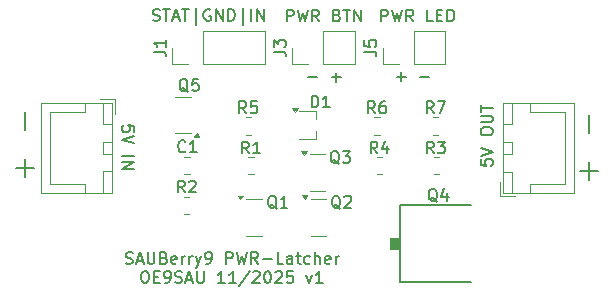
<source format=gbr>
%TF.GenerationSoftware,KiCad,Pcbnew,9.0.4*%
%TF.CreationDate,2025-11-06T21:14:43+01:00*%
%TF.ProjectId,pwr_latcher,7077725f-6c61-4746-9368-65722e6b6963,rev?*%
%TF.SameCoordinates,Original*%
%TF.FileFunction,Legend,Top*%
%TF.FilePolarity,Positive*%
%FSLAX46Y46*%
G04 Gerber Fmt 4.6, Leading zero omitted, Abs format (unit mm)*
G04 Created by KiCad (PCBNEW 9.0.4) date 2025-11-06 21:14:43*
%MOMM*%
%LPD*%
G01*
G04 APERTURE LIST*
%ADD10C,0.200000*%
%ADD11C,0.150000*%
%ADD12C,0.120000*%
%ADD13C,0.203200*%
%ADD14C,0.010000*%
G04 APERTURE END LIST*
D10*
X167750073Y-75584419D02*
X167750073Y-74584419D01*
X167750073Y-74584419D02*
X168131025Y-74584419D01*
X168131025Y-74584419D02*
X168226263Y-74632038D01*
X168226263Y-74632038D02*
X168273882Y-74679657D01*
X168273882Y-74679657D02*
X168321501Y-74774895D01*
X168321501Y-74774895D02*
X168321501Y-74917752D01*
X168321501Y-74917752D02*
X168273882Y-75012990D01*
X168273882Y-75012990D02*
X168226263Y-75060609D01*
X168226263Y-75060609D02*
X168131025Y-75108228D01*
X168131025Y-75108228D02*
X167750073Y-75108228D01*
X168654835Y-74584419D02*
X168892930Y-75584419D01*
X168892930Y-75584419D02*
X169083406Y-74870133D01*
X169083406Y-74870133D02*
X169273882Y-75584419D01*
X169273882Y-75584419D02*
X169511978Y-74584419D01*
X170464358Y-75584419D02*
X170131025Y-75108228D01*
X169892930Y-75584419D02*
X169892930Y-74584419D01*
X169892930Y-74584419D02*
X170273882Y-74584419D01*
X170273882Y-74584419D02*
X170369120Y-74632038D01*
X170369120Y-74632038D02*
X170416739Y-74679657D01*
X170416739Y-74679657D02*
X170464358Y-74774895D01*
X170464358Y-74774895D02*
X170464358Y-74917752D01*
X170464358Y-74917752D02*
X170416739Y-75012990D01*
X170416739Y-75012990D02*
X170369120Y-75060609D01*
X170369120Y-75060609D02*
X170273882Y-75108228D01*
X170273882Y-75108228D02*
X169892930Y-75108228D01*
X172131025Y-75584419D02*
X171654835Y-75584419D01*
X171654835Y-75584419D02*
X171654835Y-74584419D01*
X172464359Y-75060609D02*
X172797692Y-75060609D01*
X172940549Y-75584419D02*
X172464359Y-75584419D01*
X172464359Y-75584419D02*
X172464359Y-74584419D01*
X172464359Y-74584419D02*
X172940549Y-74584419D01*
X173369121Y-75584419D02*
X173369121Y-74584419D01*
X173369121Y-74584419D02*
X173607216Y-74584419D01*
X173607216Y-74584419D02*
X173750073Y-74632038D01*
X173750073Y-74632038D02*
X173845311Y-74727276D01*
X173845311Y-74727276D02*
X173892930Y-74822514D01*
X173892930Y-74822514D02*
X173940549Y-75012990D01*
X173940549Y-75012990D02*
X173940549Y-75155847D01*
X173940549Y-75155847D02*
X173892930Y-75346323D01*
X173892930Y-75346323D02*
X173845311Y-75441561D01*
X173845311Y-75441561D02*
X173750073Y-75536800D01*
X173750073Y-75536800D02*
X173607216Y-75584419D01*
X173607216Y-75584419D02*
X173369121Y-75584419D01*
X148422054Y-75486000D02*
X148564911Y-75533619D01*
X148564911Y-75533619D02*
X148803006Y-75533619D01*
X148803006Y-75533619D02*
X148898244Y-75486000D01*
X148898244Y-75486000D02*
X148945863Y-75438380D01*
X148945863Y-75438380D02*
X148993482Y-75343142D01*
X148993482Y-75343142D02*
X148993482Y-75247904D01*
X148993482Y-75247904D02*
X148945863Y-75152666D01*
X148945863Y-75152666D02*
X148898244Y-75105047D01*
X148898244Y-75105047D02*
X148803006Y-75057428D01*
X148803006Y-75057428D02*
X148612530Y-75009809D01*
X148612530Y-75009809D02*
X148517292Y-74962190D01*
X148517292Y-74962190D02*
X148469673Y-74914571D01*
X148469673Y-74914571D02*
X148422054Y-74819333D01*
X148422054Y-74819333D02*
X148422054Y-74724095D01*
X148422054Y-74724095D02*
X148469673Y-74628857D01*
X148469673Y-74628857D02*
X148517292Y-74581238D01*
X148517292Y-74581238D02*
X148612530Y-74533619D01*
X148612530Y-74533619D02*
X148850625Y-74533619D01*
X148850625Y-74533619D02*
X148993482Y-74581238D01*
X149279197Y-74533619D02*
X149850625Y-74533619D01*
X149564911Y-75533619D02*
X149564911Y-74533619D01*
X150136340Y-75247904D02*
X150612530Y-75247904D01*
X150041102Y-75533619D02*
X150374435Y-74533619D01*
X150374435Y-74533619D02*
X150707768Y-75533619D01*
X150898245Y-74533619D02*
X151469673Y-74533619D01*
X151183959Y-75533619D02*
X151183959Y-74533619D01*
X152041102Y-75866952D02*
X152041102Y-74438380D01*
X153279197Y-74581238D02*
X153183959Y-74533619D01*
X153183959Y-74533619D02*
X153041102Y-74533619D01*
X153041102Y-74533619D02*
X152898245Y-74581238D01*
X152898245Y-74581238D02*
X152803007Y-74676476D01*
X152803007Y-74676476D02*
X152755388Y-74771714D01*
X152755388Y-74771714D02*
X152707769Y-74962190D01*
X152707769Y-74962190D02*
X152707769Y-75105047D01*
X152707769Y-75105047D02*
X152755388Y-75295523D01*
X152755388Y-75295523D02*
X152803007Y-75390761D01*
X152803007Y-75390761D02*
X152898245Y-75486000D01*
X152898245Y-75486000D02*
X153041102Y-75533619D01*
X153041102Y-75533619D02*
X153136340Y-75533619D01*
X153136340Y-75533619D02*
X153279197Y-75486000D01*
X153279197Y-75486000D02*
X153326816Y-75438380D01*
X153326816Y-75438380D02*
X153326816Y-75105047D01*
X153326816Y-75105047D02*
X153136340Y-75105047D01*
X153755388Y-75533619D02*
X153755388Y-74533619D01*
X153755388Y-74533619D02*
X154326816Y-75533619D01*
X154326816Y-75533619D02*
X154326816Y-74533619D01*
X154803007Y-75533619D02*
X154803007Y-74533619D01*
X154803007Y-74533619D02*
X155041102Y-74533619D01*
X155041102Y-74533619D02*
X155183959Y-74581238D01*
X155183959Y-74581238D02*
X155279197Y-74676476D01*
X155279197Y-74676476D02*
X155326816Y-74771714D01*
X155326816Y-74771714D02*
X155374435Y-74962190D01*
X155374435Y-74962190D02*
X155374435Y-75105047D01*
X155374435Y-75105047D02*
X155326816Y-75295523D01*
X155326816Y-75295523D02*
X155279197Y-75390761D01*
X155279197Y-75390761D02*
X155183959Y-75486000D01*
X155183959Y-75486000D02*
X155041102Y-75533619D01*
X155041102Y-75533619D02*
X154803007Y-75533619D01*
X156041102Y-75866952D02*
X156041102Y-74438380D01*
X156755388Y-75533619D02*
X156755388Y-74533619D01*
X157231578Y-75533619D02*
X157231578Y-74533619D01*
X157231578Y-74533619D02*
X157803006Y-75533619D01*
X157803006Y-75533619D02*
X157803006Y-74533619D01*
D11*
X146830180Y-84912969D02*
X146830180Y-84436779D01*
X146830180Y-84436779D02*
X146353990Y-84389160D01*
X146353990Y-84389160D02*
X146401609Y-84436779D01*
X146401609Y-84436779D02*
X146449228Y-84532017D01*
X146449228Y-84532017D02*
X146449228Y-84770112D01*
X146449228Y-84770112D02*
X146401609Y-84865350D01*
X146401609Y-84865350D02*
X146353990Y-84912969D01*
X146353990Y-84912969D02*
X146258752Y-84960588D01*
X146258752Y-84960588D02*
X146020657Y-84960588D01*
X146020657Y-84960588D02*
X145925419Y-84912969D01*
X145925419Y-84912969D02*
X145877800Y-84865350D01*
X145877800Y-84865350D02*
X145830180Y-84770112D01*
X145830180Y-84770112D02*
X145830180Y-84532017D01*
X145830180Y-84532017D02*
X145877800Y-84436779D01*
X145877800Y-84436779D02*
X145925419Y-84389160D01*
X146830180Y-85246303D02*
X145830180Y-85579636D01*
X145830180Y-85579636D02*
X146830180Y-85912969D01*
X145830180Y-87008208D02*
X146830180Y-87008208D01*
X145830180Y-87484398D02*
X146830180Y-87484398D01*
X146830180Y-87484398D02*
X145830180Y-88055826D01*
X145830180Y-88055826D02*
X146830180Y-88055826D01*
D10*
X159774473Y-75584419D02*
X159774473Y-74584419D01*
X159774473Y-74584419D02*
X160155425Y-74584419D01*
X160155425Y-74584419D02*
X160250663Y-74632038D01*
X160250663Y-74632038D02*
X160298282Y-74679657D01*
X160298282Y-74679657D02*
X160345901Y-74774895D01*
X160345901Y-74774895D02*
X160345901Y-74917752D01*
X160345901Y-74917752D02*
X160298282Y-75012990D01*
X160298282Y-75012990D02*
X160250663Y-75060609D01*
X160250663Y-75060609D02*
X160155425Y-75108228D01*
X160155425Y-75108228D02*
X159774473Y-75108228D01*
X160679235Y-74584419D02*
X160917330Y-75584419D01*
X160917330Y-75584419D02*
X161107806Y-74870133D01*
X161107806Y-74870133D02*
X161298282Y-75584419D01*
X161298282Y-75584419D02*
X161536378Y-74584419D01*
X162488758Y-75584419D02*
X162155425Y-75108228D01*
X161917330Y-75584419D02*
X161917330Y-74584419D01*
X161917330Y-74584419D02*
X162298282Y-74584419D01*
X162298282Y-74584419D02*
X162393520Y-74632038D01*
X162393520Y-74632038D02*
X162441139Y-74679657D01*
X162441139Y-74679657D02*
X162488758Y-74774895D01*
X162488758Y-74774895D02*
X162488758Y-74917752D01*
X162488758Y-74917752D02*
X162441139Y-75012990D01*
X162441139Y-75012990D02*
X162393520Y-75060609D01*
X162393520Y-75060609D02*
X162298282Y-75108228D01*
X162298282Y-75108228D02*
X161917330Y-75108228D01*
X164012568Y-75060609D02*
X164155425Y-75108228D01*
X164155425Y-75108228D02*
X164203044Y-75155847D01*
X164203044Y-75155847D02*
X164250663Y-75251085D01*
X164250663Y-75251085D02*
X164250663Y-75393942D01*
X164250663Y-75393942D02*
X164203044Y-75489180D01*
X164203044Y-75489180D02*
X164155425Y-75536800D01*
X164155425Y-75536800D02*
X164060187Y-75584419D01*
X164060187Y-75584419D02*
X163679235Y-75584419D01*
X163679235Y-75584419D02*
X163679235Y-74584419D01*
X163679235Y-74584419D02*
X164012568Y-74584419D01*
X164012568Y-74584419D02*
X164107806Y-74632038D01*
X164107806Y-74632038D02*
X164155425Y-74679657D01*
X164155425Y-74679657D02*
X164203044Y-74774895D01*
X164203044Y-74774895D02*
X164203044Y-74870133D01*
X164203044Y-74870133D02*
X164155425Y-74965371D01*
X164155425Y-74965371D02*
X164107806Y-75012990D01*
X164107806Y-75012990D02*
X164012568Y-75060609D01*
X164012568Y-75060609D02*
X163679235Y-75060609D01*
X164536378Y-74584419D02*
X165107806Y-74584419D01*
X164822092Y-75584419D02*
X164822092Y-74584419D01*
X165441140Y-75584419D02*
X165441140Y-74584419D01*
X165441140Y-74584419D02*
X166012568Y-75584419D01*
X166012568Y-75584419D02*
X166012568Y-74584419D01*
X137582933Y-88792231D02*
X137582933Y-87268422D01*
X138344838Y-88030326D02*
X136821028Y-88030326D01*
X137582933Y-84792231D02*
X137582933Y-83268422D01*
X146133808Y-96069656D02*
X146276665Y-96117275D01*
X146276665Y-96117275D02*
X146514760Y-96117275D01*
X146514760Y-96117275D02*
X146609998Y-96069656D01*
X146609998Y-96069656D02*
X146657617Y-96022036D01*
X146657617Y-96022036D02*
X146705236Y-95926798D01*
X146705236Y-95926798D02*
X146705236Y-95831560D01*
X146705236Y-95831560D02*
X146657617Y-95736322D01*
X146657617Y-95736322D02*
X146609998Y-95688703D01*
X146609998Y-95688703D02*
X146514760Y-95641084D01*
X146514760Y-95641084D02*
X146324284Y-95593465D01*
X146324284Y-95593465D02*
X146229046Y-95545846D01*
X146229046Y-95545846D02*
X146181427Y-95498227D01*
X146181427Y-95498227D02*
X146133808Y-95402989D01*
X146133808Y-95402989D02*
X146133808Y-95307751D01*
X146133808Y-95307751D02*
X146181427Y-95212513D01*
X146181427Y-95212513D02*
X146229046Y-95164894D01*
X146229046Y-95164894D02*
X146324284Y-95117275D01*
X146324284Y-95117275D02*
X146562379Y-95117275D01*
X146562379Y-95117275D02*
X146705236Y-95164894D01*
X147086189Y-95831560D02*
X147562379Y-95831560D01*
X146990951Y-96117275D02*
X147324284Y-95117275D01*
X147324284Y-95117275D02*
X147657617Y-96117275D01*
X147990951Y-95117275D02*
X147990951Y-95926798D01*
X147990951Y-95926798D02*
X148038570Y-96022036D01*
X148038570Y-96022036D02*
X148086189Y-96069656D01*
X148086189Y-96069656D02*
X148181427Y-96117275D01*
X148181427Y-96117275D02*
X148371903Y-96117275D01*
X148371903Y-96117275D02*
X148467141Y-96069656D01*
X148467141Y-96069656D02*
X148514760Y-96022036D01*
X148514760Y-96022036D02*
X148562379Y-95926798D01*
X148562379Y-95926798D02*
X148562379Y-95117275D01*
X149371903Y-95593465D02*
X149514760Y-95641084D01*
X149514760Y-95641084D02*
X149562379Y-95688703D01*
X149562379Y-95688703D02*
X149609998Y-95783941D01*
X149609998Y-95783941D02*
X149609998Y-95926798D01*
X149609998Y-95926798D02*
X149562379Y-96022036D01*
X149562379Y-96022036D02*
X149514760Y-96069656D01*
X149514760Y-96069656D02*
X149419522Y-96117275D01*
X149419522Y-96117275D02*
X149038570Y-96117275D01*
X149038570Y-96117275D02*
X149038570Y-95117275D01*
X149038570Y-95117275D02*
X149371903Y-95117275D01*
X149371903Y-95117275D02*
X149467141Y-95164894D01*
X149467141Y-95164894D02*
X149514760Y-95212513D01*
X149514760Y-95212513D02*
X149562379Y-95307751D01*
X149562379Y-95307751D02*
X149562379Y-95402989D01*
X149562379Y-95402989D02*
X149514760Y-95498227D01*
X149514760Y-95498227D02*
X149467141Y-95545846D01*
X149467141Y-95545846D02*
X149371903Y-95593465D01*
X149371903Y-95593465D02*
X149038570Y-95593465D01*
X150419522Y-96069656D02*
X150324284Y-96117275D01*
X150324284Y-96117275D02*
X150133808Y-96117275D01*
X150133808Y-96117275D02*
X150038570Y-96069656D01*
X150038570Y-96069656D02*
X149990951Y-95974417D01*
X149990951Y-95974417D02*
X149990951Y-95593465D01*
X149990951Y-95593465D02*
X150038570Y-95498227D01*
X150038570Y-95498227D02*
X150133808Y-95450608D01*
X150133808Y-95450608D02*
X150324284Y-95450608D01*
X150324284Y-95450608D02*
X150419522Y-95498227D01*
X150419522Y-95498227D02*
X150467141Y-95593465D01*
X150467141Y-95593465D02*
X150467141Y-95688703D01*
X150467141Y-95688703D02*
X149990951Y-95783941D01*
X150895713Y-96117275D02*
X150895713Y-95450608D01*
X150895713Y-95641084D02*
X150943332Y-95545846D01*
X150943332Y-95545846D02*
X150990951Y-95498227D01*
X150990951Y-95498227D02*
X151086189Y-95450608D01*
X151086189Y-95450608D02*
X151181427Y-95450608D01*
X151514761Y-96117275D02*
X151514761Y-95450608D01*
X151514761Y-95641084D02*
X151562380Y-95545846D01*
X151562380Y-95545846D02*
X151609999Y-95498227D01*
X151609999Y-95498227D02*
X151705237Y-95450608D01*
X151705237Y-95450608D02*
X151800475Y-95450608D01*
X152038571Y-95450608D02*
X152276666Y-96117275D01*
X152514761Y-95450608D02*
X152276666Y-96117275D01*
X152276666Y-96117275D02*
X152181428Y-96355370D01*
X152181428Y-96355370D02*
X152133809Y-96402989D01*
X152133809Y-96402989D02*
X152038571Y-96450608D01*
X152943333Y-96117275D02*
X153133809Y-96117275D01*
X153133809Y-96117275D02*
X153229047Y-96069656D01*
X153229047Y-96069656D02*
X153276666Y-96022036D01*
X153276666Y-96022036D02*
X153371904Y-95879179D01*
X153371904Y-95879179D02*
X153419523Y-95688703D01*
X153419523Y-95688703D02*
X153419523Y-95307751D01*
X153419523Y-95307751D02*
X153371904Y-95212513D01*
X153371904Y-95212513D02*
X153324285Y-95164894D01*
X153324285Y-95164894D02*
X153229047Y-95117275D01*
X153229047Y-95117275D02*
X153038571Y-95117275D01*
X153038571Y-95117275D02*
X152943333Y-95164894D01*
X152943333Y-95164894D02*
X152895714Y-95212513D01*
X152895714Y-95212513D02*
X152848095Y-95307751D01*
X152848095Y-95307751D02*
X152848095Y-95545846D01*
X152848095Y-95545846D02*
X152895714Y-95641084D01*
X152895714Y-95641084D02*
X152943333Y-95688703D01*
X152943333Y-95688703D02*
X153038571Y-95736322D01*
X153038571Y-95736322D02*
X153229047Y-95736322D01*
X153229047Y-95736322D02*
X153324285Y-95688703D01*
X153324285Y-95688703D02*
X153371904Y-95641084D01*
X153371904Y-95641084D02*
X153419523Y-95545846D01*
X154610000Y-96117275D02*
X154610000Y-95117275D01*
X154610000Y-95117275D02*
X154990952Y-95117275D01*
X154990952Y-95117275D02*
X155086190Y-95164894D01*
X155086190Y-95164894D02*
X155133809Y-95212513D01*
X155133809Y-95212513D02*
X155181428Y-95307751D01*
X155181428Y-95307751D02*
X155181428Y-95450608D01*
X155181428Y-95450608D02*
X155133809Y-95545846D01*
X155133809Y-95545846D02*
X155086190Y-95593465D01*
X155086190Y-95593465D02*
X154990952Y-95641084D01*
X154990952Y-95641084D02*
X154610000Y-95641084D01*
X155514762Y-95117275D02*
X155752857Y-96117275D01*
X155752857Y-96117275D02*
X155943333Y-95402989D01*
X155943333Y-95402989D02*
X156133809Y-96117275D01*
X156133809Y-96117275D02*
X156371905Y-95117275D01*
X157324285Y-96117275D02*
X156990952Y-95641084D01*
X156752857Y-96117275D02*
X156752857Y-95117275D01*
X156752857Y-95117275D02*
X157133809Y-95117275D01*
X157133809Y-95117275D02*
X157229047Y-95164894D01*
X157229047Y-95164894D02*
X157276666Y-95212513D01*
X157276666Y-95212513D02*
X157324285Y-95307751D01*
X157324285Y-95307751D02*
X157324285Y-95450608D01*
X157324285Y-95450608D02*
X157276666Y-95545846D01*
X157276666Y-95545846D02*
X157229047Y-95593465D01*
X157229047Y-95593465D02*
X157133809Y-95641084D01*
X157133809Y-95641084D02*
X156752857Y-95641084D01*
X157752857Y-95736322D02*
X158514762Y-95736322D01*
X159467142Y-96117275D02*
X158990952Y-96117275D01*
X158990952Y-96117275D02*
X158990952Y-95117275D01*
X160229047Y-96117275D02*
X160229047Y-95593465D01*
X160229047Y-95593465D02*
X160181428Y-95498227D01*
X160181428Y-95498227D02*
X160086190Y-95450608D01*
X160086190Y-95450608D02*
X159895714Y-95450608D01*
X159895714Y-95450608D02*
X159800476Y-95498227D01*
X160229047Y-96069656D02*
X160133809Y-96117275D01*
X160133809Y-96117275D02*
X159895714Y-96117275D01*
X159895714Y-96117275D02*
X159800476Y-96069656D01*
X159800476Y-96069656D02*
X159752857Y-95974417D01*
X159752857Y-95974417D02*
X159752857Y-95879179D01*
X159752857Y-95879179D02*
X159800476Y-95783941D01*
X159800476Y-95783941D02*
X159895714Y-95736322D01*
X159895714Y-95736322D02*
X160133809Y-95736322D01*
X160133809Y-95736322D02*
X160229047Y-95688703D01*
X160562381Y-95450608D02*
X160943333Y-95450608D01*
X160705238Y-95117275D02*
X160705238Y-95974417D01*
X160705238Y-95974417D02*
X160752857Y-96069656D01*
X160752857Y-96069656D02*
X160848095Y-96117275D01*
X160848095Y-96117275D02*
X160943333Y-96117275D01*
X161705238Y-96069656D02*
X161610000Y-96117275D01*
X161610000Y-96117275D02*
X161419524Y-96117275D01*
X161419524Y-96117275D02*
X161324286Y-96069656D01*
X161324286Y-96069656D02*
X161276667Y-96022036D01*
X161276667Y-96022036D02*
X161229048Y-95926798D01*
X161229048Y-95926798D02*
X161229048Y-95641084D01*
X161229048Y-95641084D02*
X161276667Y-95545846D01*
X161276667Y-95545846D02*
X161324286Y-95498227D01*
X161324286Y-95498227D02*
X161419524Y-95450608D01*
X161419524Y-95450608D02*
X161610000Y-95450608D01*
X161610000Y-95450608D02*
X161705238Y-95498227D01*
X162133810Y-96117275D02*
X162133810Y-95117275D01*
X162562381Y-96117275D02*
X162562381Y-95593465D01*
X162562381Y-95593465D02*
X162514762Y-95498227D01*
X162514762Y-95498227D02*
X162419524Y-95450608D01*
X162419524Y-95450608D02*
X162276667Y-95450608D01*
X162276667Y-95450608D02*
X162181429Y-95498227D01*
X162181429Y-95498227D02*
X162133810Y-95545846D01*
X163419524Y-96069656D02*
X163324286Y-96117275D01*
X163324286Y-96117275D02*
X163133810Y-96117275D01*
X163133810Y-96117275D02*
X163038572Y-96069656D01*
X163038572Y-96069656D02*
X162990953Y-95974417D01*
X162990953Y-95974417D02*
X162990953Y-95593465D01*
X162990953Y-95593465D02*
X163038572Y-95498227D01*
X163038572Y-95498227D02*
X163133810Y-95450608D01*
X163133810Y-95450608D02*
X163324286Y-95450608D01*
X163324286Y-95450608D02*
X163419524Y-95498227D01*
X163419524Y-95498227D02*
X163467143Y-95593465D01*
X163467143Y-95593465D02*
X163467143Y-95688703D01*
X163467143Y-95688703D02*
X162990953Y-95783941D01*
X163895715Y-96117275D02*
X163895715Y-95450608D01*
X163895715Y-95641084D02*
X163943334Y-95545846D01*
X163943334Y-95545846D02*
X163990953Y-95498227D01*
X163990953Y-95498227D02*
X164086191Y-95450608D01*
X164086191Y-95450608D02*
X164181429Y-95450608D01*
X147657618Y-96727219D02*
X147848094Y-96727219D01*
X147848094Y-96727219D02*
X147943332Y-96774838D01*
X147943332Y-96774838D02*
X148038570Y-96870076D01*
X148038570Y-96870076D02*
X148086189Y-97060552D01*
X148086189Y-97060552D02*
X148086189Y-97393885D01*
X148086189Y-97393885D02*
X148038570Y-97584361D01*
X148038570Y-97584361D02*
X147943332Y-97679600D01*
X147943332Y-97679600D02*
X147848094Y-97727219D01*
X147848094Y-97727219D02*
X147657618Y-97727219D01*
X147657618Y-97727219D02*
X147562380Y-97679600D01*
X147562380Y-97679600D02*
X147467142Y-97584361D01*
X147467142Y-97584361D02*
X147419523Y-97393885D01*
X147419523Y-97393885D02*
X147419523Y-97060552D01*
X147419523Y-97060552D02*
X147467142Y-96870076D01*
X147467142Y-96870076D02*
X147562380Y-96774838D01*
X147562380Y-96774838D02*
X147657618Y-96727219D01*
X148514761Y-97203409D02*
X148848094Y-97203409D01*
X148990951Y-97727219D02*
X148514761Y-97727219D01*
X148514761Y-97727219D02*
X148514761Y-96727219D01*
X148514761Y-96727219D02*
X148990951Y-96727219D01*
X149467142Y-97727219D02*
X149657618Y-97727219D01*
X149657618Y-97727219D02*
X149752856Y-97679600D01*
X149752856Y-97679600D02*
X149800475Y-97631980D01*
X149800475Y-97631980D02*
X149895713Y-97489123D01*
X149895713Y-97489123D02*
X149943332Y-97298647D01*
X149943332Y-97298647D02*
X149943332Y-96917695D01*
X149943332Y-96917695D02*
X149895713Y-96822457D01*
X149895713Y-96822457D02*
X149848094Y-96774838D01*
X149848094Y-96774838D02*
X149752856Y-96727219D01*
X149752856Y-96727219D02*
X149562380Y-96727219D01*
X149562380Y-96727219D02*
X149467142Y-96774838D01*
X149467142Y-96774838D02*
X149419523Y-96822457D01*
X149419523Y-96822457D02*
X149371904Y-96917695D01*
X149371904Y-96917695D02*
X149371904Y-97155790D01*
X149371904Y-97155790D02*
X149419523Y-97251028D01*
X149419523Y-97251028D02*
X149467142Y-97298647D01*
X149467142Y-97298647D02*
X149562380Y-97346266D01*
X149562380Y-97346266D02*
X149752856Y-97346266D01*
X149752856Y-97346266D02*
X149848094Y-97298647D01*
X149848094Y-97298647D02*
X149895713Y-97251028D01*
X149895713Y-97251028D02*
X149943332Y-97155790D01*
X150324285Y-97679600D02*
X150467142Y-97727219D01*
X150467142Y-97727219D02*
X150705237Y-97727219D01*
X150705237Y-97727219D02*
X150800475Y-97679600D01*
X150800475Y-97679600D02*
X150848094Y-97631980D01*
X150848094Y-97631980D02*
X150895713Y-97536742D01*
X150895713Y-97536742D02*
X150895713Y-97441504D01*
X150895713Y-97441504D02*
X150848094Y-97346266D01*
X150848094Y-97346266D02*
X150800475Y-97298647D01*
X150800475Y-97298647D02*
X150705237Y-97251028D01*
X150705237Y-97251028D02*
X150514761Y-97203409D01*
X150514761Y-97203409D02*
X150419523Y-97155790D01*
X150419523Y-97155790D02*
X150371904Y-97108171D01*
X150371904Y-97108171D02*
X150324285Y-97012933D01*
X150324285Y-97012933D02*
X150324285Y-96917695D01*
X150324285Y-96917695D02*
X150371904Y-96822457D01*
X150371904Y-96822457D02*
X150419523Y-96774838D01*
X150419523Y-96774838D02*
X150514761Y-96727219D01*
X150514761Y-96727219D02*
X150752856Y-96727219D01*
X150752856Y-96727219D02*
X150895713Y-96774838D01*
X151276666Y-97441504D02*
X151752856Y-97441504D01*
X151181428Y-97727219D02*
X151514761Y-96727219D01*
X151514761Y-96727219D02*
X151848094Y-97727219D01*
X152181428Y-96727219D02*
X152181428Y-97536742D01*
X152181428Y-97536742D02*
X152229047Y-97631980D01*
X152229047Y-97631980D02*
X152276666Y-97679600D01*
X152276666Y-97679600D02*
X152371904Y-97727219D01*
X152371904Y-97727219D02*
X152562380Y-97727219D01*
X152562380Y-97727219D02*
X152657618Y-97679600D01*
X152657618Y-97679600D02*
X152705237Y-97631980D01*
X152705237Y-97631980D02*
X152752856Y-97536742D01*
X152752856Y-97536742D02*
X152752856Y-96727219D01*
X154514761Y-97727219D02*
X153943333Y-97727219D01*
X154229047Y-97727219D02*
X154229047Y-96727219D01*
X154229047Y-96727219D02*
X154133809Y-96870076D01*
X154133809Y-96870076D02*
X154038571Y-96965314D01*
X154038571Y-96965314D02*
X153943333Y-97012933D01*
X155467142Y-97727219D02*
X154895714Y-97727219D01*
X155181428Y-97727219D02*
X155181428Y-96727219D01*
X155181428Y-96727219D02*
X155086190Y-96870076D01*
X155086190Y-96870076D02*
X154990952Y-96965314D01*
X154990952Y-96965314D02*
X154895714Y-97012933D01*
X156609999Y-96679600D02*
X155752857Y-97965314D01*
X156895714Y-96822457D02*
X156943333Y-96774838D01*
X156943333Y-96774838D02*
X157038571Y-96727219D01*
X157038571Y-96727219D02*
X157276666Y-96727219D01*
X157276666Y-96727219D02*
X157371904Y-96774838D01*
X157371904Y-96774838D02*
X157419523Y-96822457D01*
X157419523Y-96822457D02*
X157467142Y-96917695D01*
X157467142Y-96917695D02*
X157467142Y-97012933D01*
X157467142Y-97012933D02*
X157419523Y-97155790D01*
X157419523Y-97155790D02*
X156848095Y-97727219D01*
X156848095Y-97727219D02*
X157467142Y-97727219D01*
X158086190Y-96727219D02*
X158181428Y-96727219D01*
X158181428Y-96727219D02*
X158276666Y-96774838D01*
X158276666Y-96774838D02*
X158324285Y-96822457D01*
X158324285Y-96822457D02*
X158371904Y-96917695D01*
X158371904Y-96917695D02*
X158419523Y-97108171D01*
X158419523Y-97108171D02*
X158419523Y-97346266D01*
X158419523Y-97346266D02*
X158371904Y-97536742D01*
X158371904Y-97536742D02*
X158324285Y-97631980D01*
X158324285Y-97631980D02*
X158276666Y-97679600D01*
X158276666Y-97679600D02*
X158181428Y-97727219D01*
X158181428Y-97727219D02*
X158086190Y-97727219D01*
X158086190Y-97727219D02*
X157990952Y-97679600D01*
X157990952Y-97679600D02*
X157943333Y-97631980D01*
X157943333Y-97631980D02*
X157895714Y-97536742D01*
X157895714Y-97536742D02*
X157848095Y-97346266D01*
X157848095Y-97346266D02*
X157848095Y-97108171D01*
X157848095Y-97108171D02*
X157895714Y-96917695D01*
X157895714Y-96917695D02*
X157943333Y-96822457D01*
X157943333Y-96822457D02*
X157990952Y-96774838D01*
X157990952Y-96774838D02*
X158086190Y-96727219D01*
X158800476Y-96822457D02*
X158848095Y-96774838D01*
X158848095Y-96774838D02*
X158943333Y-96727219D01*
X158943333Y-96727219D02*
X159181428Y-96727219D01*
X159181428Y-96727219D02*
X159276666Y-96774838D01*
X159276666Y-96774838D02*
X159324285Y-96822457D01*
X159324285Y-96822457D02*
X159371904Y-96917695D01*
X159371904Y-96917695D02*
X159371904Y-97012933D01*
X159371904Y-97012933D02*
X159324285Y-97155790D01*
X159324285Y-97155790D02*
X158752857Y-97727219D01*
X158752857Y-97727219D02*
X159371904Y-97727219D01*
X160276666Y-96727219D02*
X159800476Y-96727219D01*
X159800476Y-96727219D02*
X159752857Y-97203409D01*
X159752857Y-97203409D02*
X159800476Y-97155790D01*
X159800476Y-97155790D02*
X159895714Y-97108171D01*
X159895714Y-97108171D02*
X160133809Y-97108171D01*
X160133809Y-97108171D02*
X160229047Y-97155790D01*
X160229047Y-97155790D02*
X160276666Y-97203409D01*
X160276666Y-97203409D02*
X160324285Y-97298647D01*
X160324285Y-97298647D02*
X160324285Y-97536742D01*
X160324285Y-97536742D02*
X160276666Y-97631980D01*
X160276666Y-97631980D02*
X160229047Y-97679600D01*
X160229047Y-97679600D02*
X160133809Y-97727219D01*
X160133809Y-97727219D02*
X159895714Y-97727219D01*
X159895714Y-97727219D02*
X159800476Y-97679600D01*
X159800476Y-97679600D02*
X159752857Y-97631980D01*
X161419524Y-97060552D02*
X161657619Y-97727219D01*
X161657619Y-97727219D02*
X161895714Y-97060552D01*
X162800476Y-97727219D02*
X162229048Y-97727219D01*
X162514762Y-97727219D02*
X162514762Y-96727219D01*
X162514762Y-96727219D02*
X162419524Y-96870076D01*
X162419524Y-96870076D02*
X162324286Y-96965314D01*
X162324286Y-96965314D02*
X162229048Y-97012933D01*
X185382933Y-88992231D02*
X185382933Y-87468422D01*
X186144838Y-88230326D02*
X184621028Y-88230326D01*
X185382933Y-84992231D02*
X185382933Y-83468422D01*
X169069673Y-80286266D02*
X169831578Y-80286266D01*
X169450625Y-80667219D02*
X169450625Y-79905314D01*
X171069673Y-80286266D02*
X171831578Y-80286266D01*
D11*
X176189819Y-87267030D02*
X176189819Y-87743220D01*
X176189819Y-87743220D02*
X176666009Y-87790839D01*
X176666009Y-87790839D02*
X176618390Y-87743220D01*
X176618390Y-87743220D02*
X176570771Y-87647982D01*
X176570771Y-87647982D02*
X176570771Y-87409887D01*
X176570771Y-87409887D02*
X176618390Y-87314649D01*
X176618390Y-87314649D02*
X176666009Y-87267030D01*
X176666009Y-87267030D02*
X176761247Y-87219411D01*
X176761247Y-87219411D02*
X176999342Y-87219411D01*
X176999342Y-87219411D02*
X177094580Y-87267030D01*
X177094580Y-87267030D02*
X177142200Y-87314649D01*
X177142200Y-87314649D02*
X177189819Y-87409887D01*
X177189819Y-87409887D02*
X177189819Y-87647982D01*
X177189819Y-87647982D02*
X177142200Y-87743220D01*
X177142200Y-87743220D02*
X177094580Y-87790839D01*
X176189819Y-86933696D02*
X177189819Y-86600363D01*
X177189819Y-86600363D02*
X176189819Y-86267030D01*
X176189819Y-84981315D02*
X176189819Y-84790839D01*
X176189819Y-84790839D02*
X176237438Y-84695601D01*
X176237438Y-84695601D02*
X176332676Y-84600363D01*
X176332676Y-84600363D02*
X176523152Y-84552744D01*
X176523152Y-84552744D02*
X176856485Y-84552744D01*
X176856485Y-84552744D02*
X177046961Y-84600363D01*
X177046961Y-84600363D02*
X177142200Y-84695601D01*
X177142200Y-84695601D02*
X177189819Y-84790839D01*
X177189819Y-84790839D02*
X177189819Y-84981315D01*
X177189819Y-84981315D02*
X177142200Y-85076553D01*
X177142200Y-85076553D02*
X177046961Y-85171791D01*
X177046961Y-85171791D02*
X176856485Y-85219410D01*
X176856485Y-85219410D02*
X176523152Y-85219410D01*
X176523152Y-85219410D02*
X176332676Y-85171791D01*
X176332676Y-85171791D02*
X176237438Y-85076553D01*
X176237438Y-85076553D02*
X176189819Y-84981315D01*
X176189819Y-84124172D02*
X176999342Y-84124172D01*
X176999342Y-84124172D02*
X177094580Y-84076553D01*
X177094580Y-84076553D02*
X177142200Y-84028934D01*
X177142200Y-84028934D02*
X177189819Y-83933696D01*
X177189819Y-83933696D02*
X177189819Y-83743220D01*
X177189819Y-83743220D02*
X177142200Y-83647982D01*
X177142200Y-83647982D02*
X177094580Y-83600363D01*
X177094580Y-83600363D02*
X176999342Y-83552744D01*
X176999342Y-83552744D02*
X176189819Y-83552744D01*
X176189819Y-83219410D02*
X176189819Y-82647982D01*
X177189819Y-82933696D02*
X176189819Y-82933696D01*
D10*
X164330326Y-80313733D02*
X163568422Y-80313733D01*
X163949374Y-79932780D02*
X163949374Y-80694685D01*
X162330326Y-80313733D02*
X161568422Y-80313733D01*
D11*
X158664019Y-78133333D02*
X159378304Y-78133333D01*
X159378304Y-78133333D02*
X159521161Y-78180952D01*
X159521161Y-78180952D02*
X159616400Y-78276190D01*
X159616400Y-78276190D02*
X159664019Y-78419047D01*
X159664019Y-78419047D02*
X159664019Y-78514285D01*
X158664019Y-77752380D02*
X158664019Y-77133333D01*
X158664019Y-77133333D02*
X159044971Y-77466666D01*
X159044971Y-77466666D02*
X159044971Y-77323809D01*
X159044971Y-77323809D02*
X159092590Y-77228571D01*
X159092590Y-77228571D02*
X159140209Y-77180952D01*
X159140209Y-77180952D02*
X159235447Y-77133333D01*
X159235447Y-77133333D02*
X159473542Y-77133333D01*
X159473542Y-77133333D02*
X159568780Y-77180952D01*
X159568780Y-77180952D02*
X159616400Y-77228571D01*
X159616400Y-77228571D02*
X159664019Y-77323809D01*
X159664019Y-77323809D02*
X159664019Y-77609523D01*
X159664019Y-77609523D02*
X159616400Y-77704761D01*
X159616400Y-77704761D02*
X159568780Y-77752380D01*
X172195833Y-86754819D02*
X171862500Y-86278628D01*
X171624405Y-86754819D02*
X171624405Y-85754819D01*
X171624405Y-85754819D02*
X172005357Y-85754819D01*
X172005357Y-85754819D02*
X172100595Y-85802438D01*
X172100595Y-85802438D02*
X172148214Y-85850057D01*
X172148214Y-85850057D02*
X172195833Y-85945295D01*
X172195833Y-85945295D02*
X172195833Y-86088152D01*
X172195833Y-86088152D02*
X172148214Y-86183390D01*
X172148214Y-86183390D02*
X172100595Y-86231009D01*
X172100595Y-86231009D02*
X172005357Y-86278628D01*
X172005357Y-86278628D02*
X171624405Y-86278628D01*
X172529167Y-85754819D02*
X173148214Y-85754819D01*
X173148214Y-85754819D02*
X172814881Y-86135771D01*
X172814881Y-86135771D02*
X172957738Y-86135771D01*
X172957738Y-86135771D02*
X173052976Y-86183390D01*
X173052976Y-86183390D02*
X173100595Y-86231009D01*
X173100595Y-86231009D02*
X173148214Y-86326247D01*
X173148214Y-86326247D02*
X173148214Y-86564342D01*
X173148214Y-86564342D02*
X173100595Y-86659580D01*
X173100595Y-86659580D02*
X173052976Y-86707200D01*
X173052976Y-86707200D02*
X172957738Y-86754819D01*
X172957738Y-86754819D02*
X172672024Y-86754819D01*
X172672024Y-86754819D02*
X172576786Y-86707200D01*
X172576786Y-86707200D02*
X172529167Y-86659580D01*
X156331333Y-83354819D02*
X155998000Y-82878628D01*
X155759905Y-83354819D02*
X155759905Y-82354819D01*
X155759905Y-82354819D02*
X156140857Y-82354819D01*
X156140857Y-82354819D02*
X156236095Y-82402438D01*
X156236095Y-82402438D02*
X156283714Y-82450057D01*
X156283714Y-82450057D02*
X156331333Y-82545295D01*
X156331333Y-82545295D02*
X156331333Y-82688152D01*
X156331333Y-82688152D02*
X156283714Y-82783390D01*
X156283714Y-82783390D02*
X156236095Y-82831009D01*
X156236095Y-82831009D02*
X156140857Y-82878628D01*
X156140857Y-82878628D02*
X155759905Y-82878628D01*
X157236095Y-82354819D02*
X156759905Y-82354819D01*
X156759905Y-82354819D02*
X156712286Y-82831009D01*
X156712286Y-82831009D02*
X156759905Y-82783390D01*
X156759905Y-82783390D02*
X156855143Y-82735771D01*
X156855143Y-82735771D02*
X157093238Y-82735771D01*
X157093238Y-82735771D02*
X157188476Y-82783390D01*
X157188476Y-82783390D02*
X157236095Y-82831009D01*
X157236095Y-82831009D02*
X157283714Y-82926247D01*
X157283714Y-82926247D02*
X157283714Y-83164342D01*
X157283714Y-83164342D02*
X157236095Y-83259580D01*
X157236095Y-83259580D02*
X157188476Y-83307200D01*
X157188476Y-83307200D02*
X157093238Y-83354819D01*
X157093238Y-83354819D02*
X156855143Y-83354819D01*
X156855143Y-83354819D02*
X156759905Y-83307200D01*
X156759905Y-83307200D02*
X156712286Y-83259580D01*
X172195833Y-83354819D02*
X171862500Y-82878628D01*
X171624405Y-83354819D02*
X171624405Y-82354819D01*
X171624405Y-82354819D02*
X172005357Y-82354819D01*
X172005357Y-82354819D02*
X172100595Y-82402438D01*
X172100595Y-82402438D02*
X172148214Y-82450057D01*
X172148214Y-82450057D02*
X172195833Y-82545295D01*
X172195833Y-82545295D02*
X172195833Y-82688152D01*
X172195833Y-82688152D02*
X172148214Y-82783390D01*
X172148214Y-82783390D02*
X172100595Y-82831009D01*
X172100595Y-82831009D02*
X172005357Y-82878628D01*
X172005357Y-82878628D02*
X171624405Y-82878628D01*
X172529167Y-82354819D02*
X173195833Y-82354819D01*
X173195833Y-82354819D02*
X172767262Y-83354819D01*
X167220833Y-83354819D02*
X166887500Y-82878628D01*
X166649405Y-83354819D02*
X166649405Y-82354819D01*
X166649405Y-82354819D02*
X167030357Y-82354819D01*
X167030357Y-82354819D02*
X167125595Y-82402438D01*
X167125595Y-82402438D02*
X167173214Y-82450057D01*
X167173214Y-82450057D02*
X167220833Y-82545295D01*
X167220833Y-82545295D02*
X167220833Y-82688152D01*
X167220833Y-82688152D02*
X167173214Y-82783390D01*
X167173214Y-82783390D02*
X167125595Y-82831009D01*
X167125595Y-82831009D02*
X167030357Y-82878628D01*
X167030357Y-82878628D02*
X166649405Y-82878628D01*
X168077976Y-82354819D02*
X167887500Y-82354819D01*
X167887500Y-82354819D02*
X167792262Y-82402438D01*
X167792262Y-82402438D02*
X167744643Y-82450057D01*
X167744643Y-82450057D02*
X167649405Y-82592914D01*
X167649405Y-82592914D02*
X167601786Y-82783390D01*
X167601786Y-82783390D02*
X167601786Y-83164342D01*
X167601786Y-83164342D02*
X167649405Y-83259580D01*
X167649405Y-83259580D02*
X167697024Y-83307200D01*
X167697024Y-83307200D02*
X167792262Y-83354819D01*
X167792262Y-83354819D02*
X167982738Y-83354819D01*
X167982738Y-83354819D02*
X168077976Y-83307200D01*
X168077976Y-83307200D02*
X168125595Y-83259580D01*
X168125595Y-83259580D02*
X168173214Y-83164342D01*
X168173214Y-83164342D02*
X168173214Y-82926247D01*
X168173214Y-82926247D02*
X168125595Y-82831009D01*
X168125595Y-82831009D02*
X168077976Y-82783390D01*
X168077976Y-82783390D02*
X167982738Y-82735771D01*
X167982738Y-82735771D02*
X167792262Y-82735771D01*
X167792262Y-82735771D02*
X167697024Y-82783390D01*
X167697024Y-82783390D02*
X167649405Y-82831009D01*
X167649405Y-82831009D02*
X167601786Y-82926247D01*
X167433333Y-86754819D02*
X167100000Y-86278628D01*
X166861905Y-86754819D02*
X166861905Y-85754819D01*
X166861905Y-85754819D02*
X167242857Y-85754819D01*
X167242857Y-85754819D02*
X167338095Y-85802438D01*
X167338095Y-85802438D02*
X167385714Y-85850057D01*
X167385714Y-85850057D02*
X167433333Y-85945295D01*
X167433333Y-85945295D02*
X167433333Y-86088152D01*
X167433333Y-86088152D02*
X167385714Y-86183390D01*
X167385714Y-86183390D02*
X167338095Y-86231009D01*
X167338095Y-86231009D02*
X167242857Y-86278628D01*
X167242857Y-86278628D02*
X166861905Y-86278628D01*
X168290476Y-86088152D02*
X168290476Y-86754819D01*
X168052381Y-85707200D02*
X167814286Y-86421485D01*
X167814286Y-86421485D02*
X168433333Y-86421485D01*
X158904761Y-91450057D02*
X158809523Y-91402438D01*
X158809523Y-91402438D02*
X158714285Y-91307200D01*
X158714285Y-91307200D02*
X158571428Y-91164342D01*
X158571428Y-91164342D02*
X158476190Y-91116723D01*
X158476190Y-91116723D02*
X158380952Y-91116723D01*
X158428571Y-91354819D02*
X158333333Y-91307200D01*
X158333333Y-91307200D02*
X158238095Y-91211961D01*
X158238095Y-91211961D02*
X158190476Y-91021485D01*
X158190476Y-91021485D02*
X158190476Y-90688152D01*
X158190476Y-90688152D02*
X158238095Y-90497676D01*
X158238095Y-90497676D02*
X158333333Y-90402438D01*
X158333333Y-90402438D02*
X158428571Y-90354819D01*
X158428571Y-90354819D02*
X158619047Y-90354819D01*
X158619047Y-90354819D02*
X158714285Y-90402438D01*
X158714285Y-90402438D02*
X158809523Y-90497676D01*
X158809523Y-90497676D02*
X158857142Y-90688152D01*
X158857142Y-90688152D02*
X158857142Y-91021485D01*
X158857142Y-91021485D02*
X158809523Y-91211961D01*
X158809523Y-91211961D02*
X158714285Y-91307200D01*
X158714285Y-91307200D02*
X158619047Y-91354819D01*
X158619047Y-91354819D02*
X158428571Y-91354819D01*
X159809523Y-91354819D02*
X159238095Y-91354819D01*
X159523809Y-91354819D02*
X159523809Y-90354819D01*
X159523809Y-90354819D02*
X159428571Y-90497676D01*
X159428571Y-90497676D02*
X159333333Y-90592914D01*
X159333333Y-90592914D02*
X159238095Y-90640533D01*
X172504761Y-90850057D02*
X172409523Y-90802438D01*
X172409523Y-90802438D02*
X172314285Y-90707200D01*
X172314285Y-90707200D02*
X172171428Y-90564342D01*
X172171428Y-90564342D02*
X172076190Y-90516723D01*
X172076190Y-90516723D02*
X171980952Y-90516723D01*
X172028571Y-90754819D02*
X171933333Y-90707200D01*
X171933333Y-90707200D02*
X171838095Y-90611961D01*
X171838095Y-90611961D02*
X171790476Y-90421485D01*
X171790476Y-90421485D02*
X171790476Y-90088152D01*
X171790476Y-90088152D02*
X171838095Y-89897676D01*
X171838095Y-89897676D02*
X171933333Y-89802438D01*
X171933333Y-89802438D02*
X172028571Y-89754819D01*
X172028571Y-89754819D02*
X172219047Y-89754819D01*
X172219047Y-89754819D02*
X172314285Y-89802438D01*
X172314285Y-89802438D02*
X172409523Y-89897676D01*
X172409523Y-89897676D02*
X172457142Y-90088152D01*
X172457142Y-90088152D02*
X172457142Y-90421485D01*
X172457142Y-90421485D02*
X172409523Y-90611961D01*
X172409523Y-90611961D02*
X172314285Y-90707200D01*
X172314285Y-90707200D02*
X172219047Y-90754819D01*
X172219047Y-90754819D02*
X172028571Y-90754819D01*
X173314285Y-90088152D02*
X173314285Y-90754819D01*
X173076190Y-89707200D02*
X172838095Y-90421485D01*
X172838095Y-90421485D02*
X173457142Y-90421485D01*
X161861905Y-82854819D02*
X161861905Y-81854819D01*
X161861905Y-81854819D02*
X162100000Y-81854819D01*
X162100000Y-81854819D02*
X162242857Y-81902438D01*
X162242857Y-81902438D02*
X162338095Y-81997676D01*
X162338095Y-81997676D02*
X162385714Y-82092914D01*
X162385714Y-82092914D02*
X162433333Y-82283390D01*
X162433333Y-82283390D02*
X162433333Y-82426247D01*
X162433333Y-82426247D02*
X162385714Y-82616723D01*
X162385714Y-82616723D02*
X162338095Y-82711961D01*
X162338095Y-82711961D02*
X162242857Y-82807200D01*
X162242857Y-82807200D02*
X162100000Y-82854819D01*
X162100000Y-82854819D02*
X161861905Y-82854819D01*
X163385714Y-82854819D02*
X162814286Y-82854819D01*
X163100000Y-82854819D02*
X163100000Y-81854819D01*
X163100000Y-81854819D02*
X163004762Y-81997676D01*
X163004762Y-81997676D02*
X162909524Y-82092914D01*
X162909524Y-82092914D02*
X162814286Y-82140533D01*
X151183333Y-86559580D02*
X151135714Y-86607200D01*
X151135714Y-86607200D02*
X150992857Y-86654819D01*
X150992857Y-86654819D02*
X150897619Y-86654819D01*
X150897619Y-86654819D02*
X150754762Y-86607200D01*
X150754762Y-86607200D02*
X150659524Y-86511961D01*
X150659524Y-86511961D02*
X150611905Y-86416723D01*
X150611905Y-86416723D02*
X150564286Y-86226247D01*
X150564286Y-86226247D02*
X150564286Y-86083390D01*
X150564286Y-86083390D02*
X150611905Y-85892914D01*
X150611905Y-85892914D02*
X150659524Y-85797676D01*
X150659524Y-85797676D02*
X150754762Y-85702438D01*
X150754762Y-85702438D02*
X150897619Y-85654819D01*
X150897619Y-85654819D02*
X150992857Y-85654819D01*
X150992857Y-85654819D02*
X151135714Y-85702438D01*
X151135714Y-85702438D02*
X151183333Y-85750057D01*
X152135714Y-86654819D02*
X151564286Y-86654819D01*
X151850000Y-86654819D02*
X151850000Y-85654819D01*
X151850000Y-85654819D02*
X151754762Y-85797676D01*
X151754762Y-85797676D02*
X151659524Y-85892914D01*
X151659524Y-85892914D02*
X151564286Y-85940533D01*
X164204761Y-87650057D02*
X164109523Y-87602438D01*
X164109523Y-87602438D02*
X164014285Y-87507200D01*
X164014285Y-87507200D02*
X163871428Y-87364342D01*
X163871428Y-87364342D02*
X163776190Y-87316723D01*
X163776190Y-87316723D02*
X163680952Y-87316723D01*
X163728571Y-87554819D02*
X163633333Y-87507200D01*
X163633333Y-87507200D02*
X163538095Y-87411961D01*
X163538095Y-87411961D02*
X163490476Y-87221485D01*
X163490476Y-87221485D02*
X163490476Y-86888152D01*
X163490476Y-86888152D02*
X163538095Y-86697676D01*
X163538095Y-86697676D02*
X163633333Y-86602438D01*
X163633333Y-86602438D02*
X163728571Y-86554819D01*
X163728571Y-86554819D02*
X163919047Y-86554819D01*
X163919047Y-86554819D02*
X164014285Y-86602438D01*
X164014285Y-86602438D02*
X164109523Y-86697676D01*
X164109523Y-86697676D02*
X164157142Y-86888152D01*
X164157142Y-86888152D02*
X164157142Y-87221485D01*
X164157142Y-87221485D02*
X164109523Y-87411961D01*
X164109523Y-87411961D02*
X164014285Y-87507200D01*
X164014285Y-87507200D02*
X163919047Y-87554819D01*
X163919047Y-87554819D02*
X163728571Y-87554819D01*
X164490476Y-86554819D02*
X165109523Y-86554819D01*
X165109523Y-86554819D02*
X164776190Y-86935771D01*
X164776190Y-86935771D02*
X164919047Y-86935771D01*
X164919047Y-86935771D02*
X165014285Y-86983390D01*
X165014285Y-86983390D02*
X165061904Y-87031009D01*
X165061904Y-87031009D02*
X165109523Y-87126247D01*
X165109523Y-87126247D02*
X165109523Y-87364342D01*
X165109523Y-87364342D02*
X165061904Y-87459580D01*
X165061904Y-87459580D02*
X165014285Y-87507200D01*
X165014285Y-87507200D02*
X164919047Y-87554819D01*
X164919047Y-87554819D02*
X164633333Y-87554819D01*
X164633333Y-87554819D02*
X164538095Y-87507200D01*
X164538095Y-87507200D02*
X164490476Y-87459580D01*
X164304761Y-91450057D02*
X164209523Y-91402438D01*
X164209523Y-91402438D02*
X164114285Y-91307200D01*
X164114285Y-91307200D02*
X163971428Y-91164342D01*
X163971428Y-91164342D02*
X163876190Y-91116723D01*
X163876190Y-91116723D02*
X163780952Y-91116723D01*
X163828571Y-91354819D02*
X163733333Y-91307200D01*
X163733333Y-91307200D02*
X163638095Y-91211961D01*
X163638095Y-91211961D02*
X163590476Y-91021485D01*
X163590476Y-91021485D02*
X163590476Y-90688152D01*
X163590476Y-90688152D02*
X163638095Y-90497676D01*
X163638095Y-90497676D02*
X163733333Y-90402438D01*
X163733333Y-90402438D02*
X163828571Y-90354819D01*
X163828571Y-90354819D02*
X164019047Y-90354819D01*
X164019047Y-90354819D02*
X164114285Y-90402438D01*
X164114285Y-90402438D02*
X164209523Y-90497676D01*
X164209523Y-90497676D02*
X164257142Y-90688152D01*
X164257142Y-90688152D02*
X164257142Y-91021485D01*
X164257142Y-91021485D02*
X164209523Y-91211961D01*
X164209523Y-91211961D02*
X164114285Y-91307200D01*
X164114285Y-91307200D02*
X164019047Y-91354819D01*
X164019047Y-91354819D02*
X163828571Y-91354819D01*
X164638095Y-90450057D02*
X164685714Y-90402438D01*
X164685714Y-90402438D02*
X164780952Y-90354819D01*
X164780952Y-90354819D02*
X165019047Y-90354819D01*
X165019047Y-90354819D02*
X165114285Y-90402438D01*
X165114285Y-90402438D02*
X165161904Y-90450057D01*
X165161904Y-90450057D02*
X165209523Y-90545295D01*
X165209523Y-90545295D02*
X165209523Y-90640533D01*
X165209523Y-90640533D02*
X165161904Y-90783390D01*
X165161904Y-90783390D02*
X164590476Y-91354819D01*
X164590476Y-91354819D02*
X165209523Y-91354819D01*
X148504019Y-78133333D02*
X149218304Y-78133333D01*
X149218304Y-78133333D02*
X149361161Y-78180952D01*
X149361161Y-78180952D02*
X149456400Y-78276190D01*
X149456400Y-78276190D02*
X149504019Y-78419047D01*
X149504019Y-78419047D02*
X149504019Y-78514285D01*
X149504019Y-77133333D02*
X149504019Y-77704761D01*
X149504019Y-77419047D02*
X148504019Y-77419047D01*
X148504019Y-77419047D02*
X148646876Y-77514285D01*
X148646876Y-77514285D02*
X148742114Y-77609523D01*
X148742114Y-77609523D02*
X148789733Y-77704761D01*
X166334819Y-78133333D02*
X167049104Y-78133333D01*
X167049104Y-78133333D02*
X167191961Y-78180952D01*
X167191961Y-78180952D02*
X167287200Y-78276190D01*
X167287200Y-78276190D02*
X167334819Y-78419047D01*
X167334819Y-78419047D02*
X167334819Y-78514285D01*
X166334819Y-77180952D02*
X166334819Y-77657142D01*
X166334819Y-77657142D02*
X166811009Y-77704761D01*
X166811009Y-77704761D02*
X166763390Y-77657142D01*
X166763390Y-77657142D02*
X166715771Y-77561904D01*
X166715771Y-77561904D02*
X166715771Y-77323809D01*
X166715771Y-77323809D02*
X166763390Y-77228571D01*
X166763390Y-77228571D02*
X166811009Y-77180952D01*
X166811009Y-77180952D02*
X166906247Y-77133333D01*
X166906247Y-77133333D02*
X167144342Y-77133333D01*
X167144342Y-77133333D02*
X167239580Y-77180952D01*
X167239580Y-77180952D02*
X167287200Y-77228571D01*
X167287200Y-77228571D02*
X167334819Y-77323809D01*
X167334819Y-77323809D02*
X167334819Y-77561904D01*
X167334819Y-77561904D02*
X167287200Y-77657142D01*
X167287200Y-77657142D02*
X167239580Y-77704761D01*
X151404761Y-81550057D02*
X151309523Y-81502438D01*
X151309523Y-81502438D02*
X151214285Y-81407200D01*
X151214285Y-81407200D02*
X151071428Y-81264342D01*
X151071428Y-81264342D02*
X150976190Y-81216723D01*
X150976190Y-81216723D02*
X150880952Y-81216723D01*
X150928571Y-81454819D02*
X150833333Y-81407200D01*
X150833333Y-81407200D02*
X150738095Y-81311961D01*
X150738095Y-81311961D02*
X150690476Y-81121485D01*
X150690476Y-81121485D02*
X150690476Y-80788152D01*
X150690476Y-80788152D02*
X150738095Y-80597676D01*
X150738095Y-80597676D02*
X150833333Y-80502438D01*
X150833333Y-80502438D02*
X150928571Y-80454819D01*
X150928571Y-80454819D02*
X151119047Y-80454819D01*
X151119047Y-80454819D02*
X151214285Y-80502438D01*
X151214285Y-80502438D02*
X151309523Y-80597676D01*
X151309523Y-80597676D02*
X151357142Y-80788152D01*
X151357142Y-80788152D02*
X151357142Y-81121485D01*
X151357142Y-81121485D02*
X151309523Y-81311961D01*
X151309523Y-81311961D02*
X151214285Y-81407200D01*
X151214285Y-81407200D02*
X151119047Y-81454819D01*
X151119047Y-81454819D02*
X150928571Y-81454819D01*
X152261904Y-80454819D02*
X151785714Y-80454819D01*
X151785714Y-80454819D02*
X151738095Y-80931009D01*
X151738095Y-80931009D02*
X151785714Y-80883390D01*
X151785714Y-80883390D02*
X151880952Y-80835771D01*
X151880952Y-80835771D02*
X152119047Y-80835771D01*
X152119047Y-80835771D02*
X152214285Y-80883390D01*
X152214285Y-80883390D02*
X152261904Y-80931009D01*
X152261904Y-80931009D02*
X152309523Y-81026247D01*
X152309523Y-81026247D02*
X152309523Y-81264342D01*
X152309523Y-81264342D02*
X152261904Y-81359580D01*
X152261904Y-81359580D02*
X152214285Y-81407200D01*
X152214285Y-81407200D02*
X152119047Y-81454819D01*
X152119047Y-81454819D02*
X151880952Y-81454819D01*
X151880952Y-81454819D02*
X151785714Y-81407200D01*
X151785714Y-81407200D02*
X151738095Y-81359580D01*
X151115733Y-90054819D02*
X150782400Y-89578628D01*
X150544305Y-90054819D02*
X150544305Y-89054819D01*
X150544305Y-89054819D02*
X150925257Y-89054819D01*
X150925257Y-89054819D02*
X151020495Y-89102438D01*
X151020495Y-89102438D02*
X151068114Y-89150057D01*
X151068114Y-89150057D02*
X151115733Y-89245295D01*
X151115733Y-89245295D02*
X151115733Y-89388152D01*
X151115733Y-89388152D02*
X151068114Y-89483390D01*
X151068114Y-89483390D02*
X151020495Y-89531009D01*
X151020495Y-89531009D02*
X150925257Y-89578628D01*
X150925257Y-89578628D02*
X150544305Y-89578628D01*
X151496686Y-89150057D02*
X151544305Y-89102438D01*
X151544305Y-89102438D02*
X151639543Y-89054819D01*
X151639543Y-89054819D02*
X151877638Y-89054819D01*
X151877638Y-89054819D02*
X151972876Y-89102438D01*
X151972876Y-89102438D02*
X152020495Y-89150057D01*
X152020495Y-89150057D02*
X152068114Y-89245295D01*
X152068114Y-89245295D02*
X152068114Y-89340533D01*
X152068114Y-89340533D02*
X152020495Y-89483390D01*
X152020495Y-89483390D02*
X151449067Y-90054819D01*
X151449067Y-90054819D02*
X152068114Y-90054819D01*
X156554833Y-86754819D02*
X156221500Y-86278628D01*
X155983405Y-86754819D02*
X155983405Y-85754819D01*
X155983405Y-85754819D02*
X156364357Y-85754819D01*
X156364357Y-85754819D02*
X156459595Y-85802438D01*
X156459595Y-85802438D02*
X156507214Y-85850057D01*
X156507214Y-85850057D02*
X156554833Y-85945295D01*
X156554833Y-85945295D02*
X156554833Y-86088152D01*
X156554833Y-86088152D02*
X156507214Y-86183390D01*
X156507214Y-86183390D02*
X156459595Y-86231009D01*
X156459595Y-86231009D02*
X156364357Y-86278628D01*
X156364357Y-86278628D02*
X155983405Y-86278628D01*
X157507214Y-86754819D02*
X156935786Y-86754819D01*
X157221500Y-86754819D02*
X157221500Y-85754819D01*
X157221500Y-85754819D02*
X157126262Y-85897676D01*
X157126262Y-85897676D02*
X157031024Y-85992914D01*
X157031024Y-85992914D02*
X156935786Y-86040533D01*
D12*
%TO.C,J3*%
X160209200Y-79180000D02*
X160209200Y-77800000D01*
X161589200Y-79180000D02*
X160209200Y-79180000D01*
X162859200Y-76420000D02*
X165509200Y-76420000D01*
X162859200Y-79180000D02*
X162859200Y-76420000D01*
X162859200Y-79180000D02*
X165509200Y-79180000D01*
X165509200Y-79180000D02*
X165509200Y-76420000D01*
%TO.C,R3*%
X172234836Y-87065000D02*
X172688964Y-87065000D01*
X172234836Y-88535000D02*
X172688964Y-88535000D01*
%TO.C,R5*%
X156285436Y-83713000D02*
X156739564Y-83713000D01*
X156285436Y-85183000D02*
X156739564Y-85183000D01*
%TO.C,R7*%
X172135436Y-83715000D02*
X172589564Y-83715000D01*
X172135436Y-85185000D02*
X172589564Y-85185000D01*
%TO.C,J4*%
X138980000Y-82460000D02*
X138980000Y-90080000D01*
X138980000Y-90080000D02*
X144950000Y-90080000D01*
X139740000Y-83220000D02*
X139740000Y-86270000D01*
X139740000Y-89320000D02*
X139740000Y-86270000D01*
X142690000Y-82470000D02*
X142690000Y-83220000D01*
X142690000Y-83220000D02*
X139740000Y-83220000D01*
X142690000Y-89320000D02*
X139740000Y-89320000D01*
X142690000Y-90070000D02*
X142690000Y-89320000D01*
X144190000Y-82470000D02*
X144190000Y-84270000D01*
X144190000Y-84270000D02*
X144940000Y-84270000D01*
X144190000Y-85770000D02*
X144190000Y-86770000D01*
X144190000Y-86770000D02*
X144940000Y-86770000D01*
X144190000Y-88270000D02*
X144190000Y-90070000D01*
X144190000Y-90070000D02*
X144940000Y-90070000D01*
X144940000Y-82470000D02*
X144190000Y-82470000D01*
X144940000Y-84270000D02*
X144940000Y-82470000D01*
X144940000Y-85770000D02*
X144190000Y-85770000D01*
X144940000Y-86770000D02*
X144940000Y-85770000D01*
X144940000Y-88270000D02*
X144190000Y-88270000D01*
X144940000Y-90070000D02*
X144940000Y-88270000D01*
X144950000Y-82460000D02*
X138980000Y-82460000D01*
X144950000Y-90080000D02*
X144950000Y-82460000D01*
X145240000Y-82170000D02*
X143990000Y-82170000D01*
X145240000Y-83420000D02*
X145240000Y-82170000D01*
%TO.C,R6*%
X167160436Y-83713000D02*
X167614564Y-83713000D01*
X167160436Y-85183000D02*
X167614564Y-85183000D01*
%TO.C,R4*%
X167412636Y-87065000D02*
X167866764Y-87065000D01*
X167412636Y-88535000D02*
X167866764Y-88535000D01*
%TO.C,Q1*%
X156999700Y-90606400D02*
X156349700Y-90606400D01*
X156999700Y-90606400D02*
X157649700Y-90606400D01*
X156999700Y-93726400D02*
X156349700Y-93726400D01*
X156999700Y-93726400D02*
X157649700Y-93726400D01*
X155837200Y-90656400D02*
X155597200Y-90326400D01*
X156077200Y-90326400D01*
X155837200Y-90656400D01*
G36*
X155837200Y-90656400D02*
G01*
X155597200Y-90326400D01*
X156077200Y-90326400D01*
X155837200Y-90656400D01*
G37*
D13*
%TO.C,Q4*%
X169331000Y-91109400D02*
X175325400Y-91109800D01*
X169331000Y-97663400D02*
X169331000Y-91109400D01*
X175325400Y-97663000D02*
X169331000Y-97663400D01*
D14*
X169229400Y-94818200D02*
X168467400Y-94818200D01*
X168467400Y-93954600D01*
X169229400Y-93954600D01*
X169229400Y-94818200D01*
G36*
X169229400Y-94818200D02*
G01*
X168467400Y-94818200D01*
X168467400Y-93954600D01*
X169229400Y-93954600D01*
X169229400Y-94818200D01*
G37*
D12*
%TO.C,D1*%
X160820000Y-83188000D02*
X162230000Y-83188000D01*
X160820000Y-85508000D02*
X162230000Y-85508000D01*
X162230000Y-83188000D02*
X162230000Y-83848000D01*
X162230000Y-84848000D02*
X162230000Y-85508000D01*
X160450000Y-83208000D02*
X160210000Y-82878000D01*
X160690000Y-82878000D01*
X160450000Y-83208000D01*
G36*
X160450000Y-83208000D02*
G01*
X160210000Y-82878000D01*
X160690000Y-82878000D01*
X160450000Y-83208000D01*
G37*
%TO.C,C1*%
X151611252Y-87065000D02*
X151088748Y-87065000D01*
X151611252Y-88535000D02*
X151088748Y-88535000D01*
%TO.C,Q3*%
X162381500Y-86834400D02*
X161731500Y-86834400D01*
X162381500Y-86834400D02*
X163031500Y-86834400D01*
X162381500Y-89954400D02*
X161731500Y-89954400D01*
X162381500Y-89954400D02*
X163031500Y-89954400D01*
X161219000Y-86884400D02*
X160979000Y-86554400D01*
X161459000Y-86554400D01*
X161219000Y-86884400D01*
G36*
X161219000Y-86884400D02*
G01*
X160979000Y-86554400D01*
X161459000Y-86554400D01*
X161219000Y-86884400D01*
G37*
%TO.C,J2*%
X177810000Y-89150000D02*
X177810000Y-90400000D01*
X177810000Y-90400000D02*
X179060000Y-90400000D01*
X178100000Y-82490000D02*
X178100000Y-90110000D01*
X178100000Y-90110000D02*
X184070000Y-90110000D01*
X178110000Y-82500000D02*
X178110000Y-84300000D01*
X178110000Y-84300000D02*
X178860000Y-84300000D01*
X178110000Y-85800000D02*
X178110000Y-86800000D01*
X178110000Y-86800000D02*
X178860000Y-86800000D01*
X178110000Y-88300000D02*
X178110000Y-90100000D01*
X178110000Y-90100000D02*
X178860000Y-90100000D01*
X178860000Y-82500000D02*
X178110000Y-82500000D01*
X178860000Y-84300000D02*
X178860000Y-82500000D01*
X178860000Y-85800000D02*
X178110000Y-85800000D01*
X178860000Y-86800000D02*
X178860000Y-85800000D01*
X178860000Y-88300000D02*
X178110000Y-88300000D01*
X178860000Y-90100000D02*
X178860000Y-88300000D01*
X180360000Y-82500000D02*
X180360000Y-83250000D01*
X180360000Y-83250000D02*
X183310000Y-83250000D01*
X180360000Y-89350000D02*
X183310000Y-89350000D01*
X180360000Y-90100000D02*
X180360000Y-89350000D01*
X183310000Y-83250000D02*
X183310000Y-86300000D01*
X183310000Y-89350000D02*
X183310000Y-86300000D01*
X184070000Y-82490000D02*
X178100000Y-82490000D01*
X184070000Y-90110000D02*
X184070000Y-82490000D01*
%TO.C,Q2*%
X162435300Y-90591200D02*
X161785300Y-90591200D01*
X162435300Y-90591200D02*
X163085300Y-90591200D01*
X162435300Y-93711200D02*
X161785300Y-93711200D01*
X162435300Y-93711200D02*
X163085300Y-93711200D01*
X161272800Y-90641200D02*
X161032800Y-90311200D01*
X161512800Y-90311200D01*
X161272800Y-90641200D01*
G36*
X161272800Y-90641200D02*
G01*
X161032800Y-90311200D01*
X161512800Y-90311200D01*
X161272800Y-90641200D01*
G37*
%TO.C,J1*%
X150049200Y-79180000D02*
X150049200Y-77800000D01*
X151429200Y-79180000D02*
X150049200Y-79180000D01*
X152699200Y-76420000D02*
X157889200Y-76420000D01*
X152699200Y-79180000D02*
X152699200Y-76420000D01*
X152699200Y-79180000D02*
X157889200Y-79180000D01*
X157889200Y-79180000D02*
X157889200Y-76420000D01*
%TO.C,J5*%
X167880000Y-79180000D02*
X167880000Y-77800000D01*
X169260000Y-79180000D02*
X167880000Y-79180000D01*
X170530000Y-76420000D02*
X173180000Y-76420000D01*
X170530000Y-79180000D02*
X170530000Y-76420000D01*
X170530000Y-79180000D02*
X173180000Y-79180000D01*
X173180000Y-79180000D02*
X173180000Y-76420000D01*
%TO.C,Q5*%
X150962500Y-81940000D02*
X150312500Y-81940000D01*
X150962500Y-81940000D02*
X151612500Y-81940000D01*
X150962500Y-85060000D02*
X150312500Y-85060000D01*
X150962500Y-85060000D02*
X151612500Y-85060000D01*
X152365000Y-85340000D02*
X151885000Y-85340000D01*
X152125000Y-85010000D01*
X152365000Y-85340000D01*
G36*
X152365000Y-85340000D02*
G01*
X151885000Y-85340000D01*
X152125000Y-85010000D01*
X152365000Y-85340000D01*
G37*
%TO.C,R2*%
X151055336Y-90451000D02*
X151509464Y-90451000D01*
X151055336Y-91921000D02*
X151509464Y-91921000D01*
%TO.C,R1*%
X156494436Y-87065000D02*
X156948564Y-87065000D01*
X156494436Y-88535000D02*
X156948564Y-88535000D01*
%TD*%
M02*

</source>
